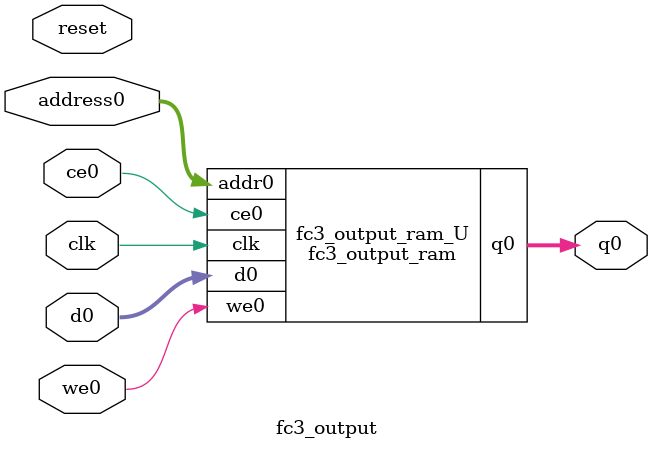
<source format=v>
`timescale 1 ns / 1 ps
module fc3_output_ram (addr0, ce0, d0, we0, q0,  clk);

parameter DWIDTH = 32;
parameter AWIDTH = 4;
parameter MEM_SIZE = 10;

input[AWIDTH-1:0] addr0;
input ce0;
input[DWIDTH-1:0] d0;
input we0;
output reg[DWIDTH-1:0] q0;
input clk;

(* ram_style = "distributed" *)reg [DWIDTH-1:0] ram[0:MEM_SIZE-1];




always @(posedge clk)  
begin 
    if (ce0) 
    begin
        if (we0) 
        begin 
            ram[addr0] <= d0; 
        end 
        q0 <= ram[addr0];
    end
end


endmodule

`timescale 1 ns / 1 ps
module fc3_output(
    reset,
    clk,
    address0,
    ce0,
    we0,
    d0,
    q0);

parameter DataWidth = 32'd32;
parameter AddressRange = 32'd10;
parameter AddressWidth = 32'd4;
input reset;
input clk;
input[AddressWidth - 1:0] address0;
input ce0;
input we0;
input[DataWidth - 1:0] d0;
output[DataWidth - 1:0] q0;



fc3_output_ram fc3_output_ram_U(
    .clk( clk ),
    .addr0( address0 ),
    .ce0( ce0 ),
    .we0( we0 ),
    .d0( d0 ),
    .q0( q0 ));

endmodule


</source>
